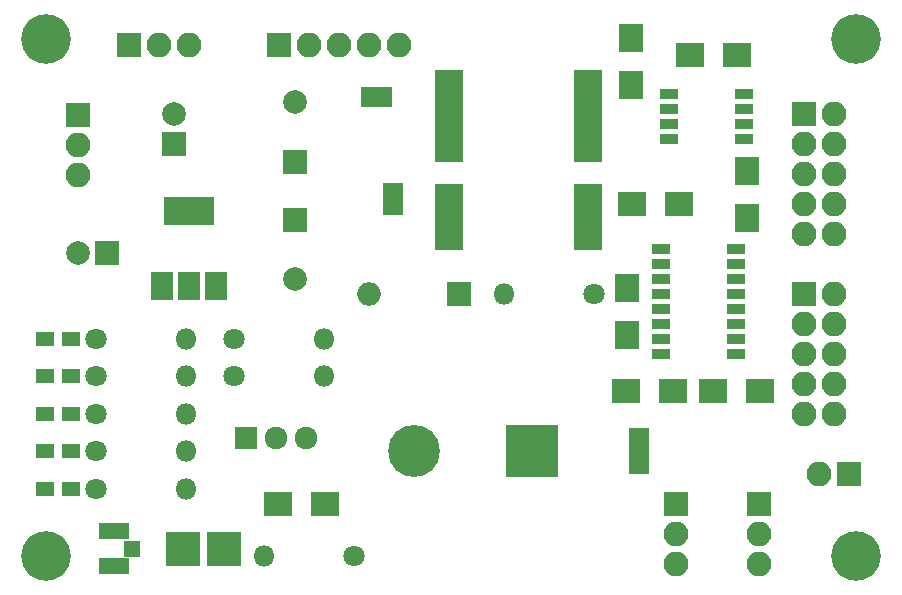
<source format=gbr>
G04 #@! TF.FileFunction,Soldermask,Top*
%FSLAX46Y46*%
G04 Gerber Fmt 4.6, Leading zero omitted, Abs format (unit mm)*
G04 Created by KiCad (PCBNEW 4.0.4-stable) date 12/11/17 12:25:10*
%MOMM*%
%LPD*%
G01*
G04 APERTURE LIST*
%ADD10C,0.100000*%
%ADD11R,1.543000X0.908000*%
%ADD12R,2.100000X2.100000*%
%ADD13O,2.100000X2.100000*%
%ADD14C,4.200000*%
%ADD15R,2.000000X2.000000*%
%ADD16C,2.000000*%
%ADD17R,4.400000X4.400000*%
%ADD18C,4.400000*%
%ADD19O,2.000000X2.000000*%
%ADD20R,1.400000X1.400000*%
%ADD21R,2.600000X1.400000*%
%ADD22R,2.900000X2.900000*%
%ADD23C,1.920000*%
%ADD24R,1.920000X1.920000*%
%ADD25C,1.800000*%
%ADD26O,1.800000X1.800000*%
%ADD27R,4.200000X2.400000*%
%ADD28R,1.900000X2.400000*%
%ADD29R,2.400000X1.200000*%
%ADD30R,1.670000X1.370000*%
%ADD31R,1.370000X1.670000*%
%ADD32R,2.400000X2.000000*%
%ADD33R,2.000000X2.400000*%
%ADD34R,1.600000X1.300000*%
G04 APERTURE END LIST*
D10*
D11*
X106680000Y-78105000D03*
X106680000Y-80645000D03*
X106680000Y-81915000D03*
X106680000Y-83185000D03*
X106680000Y-84455000D03*
X106680000Y-85725000D03*
X106680000Y-86995000D03*
X100330000Y-86995000D03*
X100330000Y-85725000D03*
X100330000Y-84455000D03*
X100330000Y-83185000D03*
X100330000Y-81915000D03*
X100330000Y-80645000D03*
X100330000Y-79375000D03*
X100330000Y-78105000D03*
X106680000Y-79375000D03*
D12*
X112395000Y-66675000D03*
D13*
X114935000Y-66675000D03*
X112395000Y-69215000D03*
X114935000Y-69215000D03*
X112395000Y-71755000D03*
X114935000Y-71755000D03*
X112395000Y-74295000D03*
X114935000Y-74295000D03*
X112395000Y-76835000D03*
X114935000Y-76835000D03*
D14*
X116840000Y-104140000D03*
X116840000Y-60325000D03*
X48260000Y-60325000D03*
D15*
X53427000Y-78486000D03*
D16*
X50927000Y-78486000D03*
D15*
X59055000Y-69215000D03*
D16*
X59055000Y-66715000D03*
D17*
X89375000Y-95250000D03*
D18*
X79375000Y-95250000D03*
D15*
X83185000Y-81915000D03*
D19*
X75565000Y-81915000D03*
D11*
X107315000Y-65024000D03*
X107315000Y-66294000D03*
X107315000Y-67564000D03*
X107315000Y-68834000D03*
X100965000Y-68834000D03*
X100965000Y-67564000D03*
X100965000Y-66294000D03*
X100965000Y-65024000D03*
D20*
X55475000Y-103505000D03*
D21*
X53975000Y-105005000D03*
X53975000Y-102005000D03*
D12*
X50960814Y-66797522D03*
D13*
X50960814Y-69337522D03*
X50960814Y-71877522D03*
D12*
X101600000Y-99695000D03*
D13*
X101600000Y-102235000D03*
X101600000Y-104775000D03*
D12*
X108585000Y-99695000D03*
D13*
X108585000Y-102235000D03*
X108585000Y-104775000D03*
D22*
X59845000Y-103505000D03*
X63345000Y-103505000D03*
D12*
X67945000Y-60833000D03*
D13*
X70485000Y-60833000D03*
X73025000Y-60833000D03*
X75565000Y-60833000D03*
X78105000Y-60833000D03*
D12*
X112395000Y-81915000D03*
D13*
X114935000Y-81915000D03*
X112395000Y-84455000D03*
X114935000Y-84455000D03*
X112395000Y-86995000D03*
X114935000Y-86995000D03*
X112395000Y-89535000D03*
X114935000Y-89535000D03*
X112395000Y-92075000D03*
X114935000Y-92075000D03*
D23*
X67691000Y-94107000D03*
X70231000Y-94107000D03*
D24*
X65151000Y-94107000D03*
D25*
X64135000Y-88900000D03*
D26*
X71755000Y-88900000D03*
D25*
X74295000Y-104140000D03*
D26*
X66675000Y-104140000D03*
D25*
X64135000Y-85725000D03*
D26*
X71755000Y-85725000D03*
D25*
X94615000Y-81915000D03*
D26*
X86995000Y-81915000D03*
D25*
X52451000Y-85725000D03*
D26*
X60071000Y-85725000D03*
D25*
X52451000Y-92075000D03*
D26*
X60071000Y-92075000D03*
D25*
X52451000Y-88900000D03*
D26*
X60071000Y-88900000D03*
D25*
X52451000Y-95250000D03*
D26*
X60071000Y-95250000D03*
D25*
X52451000Y-98425000D03*
D26*
X60071000Y-98425000D03*
D27*
X60339000Y-74955000D03*
D28*
X60339000Y-81255000D03*
X62639000Y-81255000D03*
X58039000Y-81255000D03*
D29*
X82361000Y-63597000D03*
X82361000Y-64697000D03*
X82361000Y-65797000D03*
X82361000Y-66897000D03*
X82361000Y-67997000D03*
X82361000Y-69097000D03*
X82361000Y-70197000D03*
X82361000Y-73197000D03*
X82361000Y-74297000D03*
X82361000Y-75397000D03*
X82361000Y-76497000D03*
X82361000Y-77597000D03*
X94161000Y-77597000D03*
X94161000Y-76497000D03*
X94161000Y-75397000D03*
X94161000Y-74297000D03*
X94161000Y-73197000D03*
X94161000Y-70197000D03*
X94161000Y-69097000D03*
X94161000Y-67997000D03*
X94161000Y-66897000D03*
X94161000Y-65797000D03*
X94161000Y-64697000D03*
X94161000Y-63597000D03*
D12*
X55245000Y-60833000D03*
D13*
X57785000Y-60833000D03*
X60325000Y-60833000D03*
D14*
X48260000Y-104140000D03*
D12*
X116205000Y-97155000D03*
D13*
X113665000Y-97155000D03*
D30*
X98425000Y-93980000D03*
X98425000Y-95250000D03*
X98425000Y-96520000D03*
X77597000Y-74554000D03*
X77597000Y-73274000D03*
D31*
X75560000Y-65278000D03*
X76840000Y-65278000D03*
D32*
X71850000Y-99695000D03*
X67850000Y-99695000D03*
D15*
X69342000Y-70739000D03*
D16*
X69342000Y-65739000D03*
D15*
X69342000Y-75692000D03*
D16*
X69342000Y-80692000D03*
D33*
X97790000Y-64262000D03*
X97790000Y-60262000D03*
D32*
X97822000Y-74295000D03*
X101822000Y-74295000D03*
X97314000Y-90170000D03*
X101314000Y-90170000D03*
D33*
X107569000Y-75533000D03*
X107569000Y-71533000D03*
D32*
X106775000Y-61722000D03*
X102775000Y-61722000D03*
D33*
X97409000Y-81439000D03*
X97409000Y-85439000D03*
D32*
X108680000Y-90170000D03*
X104680000Y-90170000D03*
D34*
X48176000Y-85725000D03*
X50376000Y-85725000D03*
X48176000Y-92075000D03*
X50376000Y-92075000D03*
X48176000Y-88900000D03*
X50376000Y-88900000D03*
X48176000Y-95250000D03*
X50376000Y-95250000D03*
X50376000Y-98425000D03*
X48176000Y-98425000D03*
M02*

</source>
